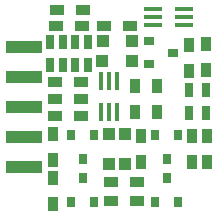
<source format=gbr>
G04 #@! TF.GenerationSoftware,KiCad,Pcbnew,(5.1.2)-2*
G04 #@! TF.CreationDate,2019-07-22T07:28:34+02:00*
G04 #@! TF.ProjectId,DiscreteOperationalAmplifier,44697363-7265-4746-954f-706572617469,rev?*
G04 #@! TF.SameCoordinates,Original*
G04 #@! TF.FileFunction,Soldermask,Top*
G04 #@! TF.FilePolarity,Negative*
%FSLAX46Y46*%
G04 Gerber Fmt 4.6, Leading zero omitted, Abs format (unit mm)*
G04 Created by KiCad (PCBNEW (5.1.2)-2) date 2019-07-22 07:28:34*
%MOMM*%
%LPD*%
G04 APERTURE LIST*
%ADD10R,0.750000X1.200000*%
%ADD11R,1.000000X1.000000*%
%ADD12R,1.200000X0.900000*%
%ADD13R,0.900000X1.200000*%
%ADD14R,1.500000X0.400000*%
%ADD15R,0.400000X1.500000*%
%ADD16R,0.900000X0.800000*%
%ADD17R,0.800000X0.900000*%
%ADD18R,3.150000X1.000000*%
G04 APERTURE END LIST*
D10*
X94075000Y-44425000D03*
X94075000Y-42525000D03*
X93000000Y-44425000D03*
X93000000Y-42525000D03*
X91925000Y-44425000D03*
X91925000Y-42525000D03*
X90850000Y-42525000D03*
X90850000Y-44425000D03*
X102630000Y-48480000D03*
X102630000Y-46580000D03*
X104050000Y-46590000D03*
X104050000Y-48490000D03*
D11*
X95300000Y-42450000D03*
X97800000Y-42450000D03*
X97750000Y-44075000D03*
X95250000Y-44075000D03*
X97160000Y-50330000D03*
X97160000Y-52830000D03*
X95800000Y-52830000D03*
X95800000Y-50330000D03*
D12*
X91300000Y-47350000D03*
X93500000Y-47350000D03*
X93500000Y-48800000D03*
X91300000Y-48800000D03*
X95380000Y-41130000D03*
X97580000Y-41130000D03*
X91400000Y-39800000D03*
X93600000Y-39800000D03*
D13*
X98000000Y-46250000D03*
X98000000Y-48450000D03*
D12*
X91300000Y-45900000D03*
X93500000Y-45900000D03*
D13*
X99908333Y-48440000D03*
X99908333Y-46240000D03*
D12*
X93570000Y-41130000D03*
X91370000Y-41130000D03*
D13*
X91100000Y-52500000D03*
X91100000Y-50300000D03*
X102590000Y-42750000D03*
X102590000Y-44950000D03*
X104090000Y-44890000D03*
X104090000Y-42690000D03*
X104100000Y-52625000D03*
X104100000Y-50425000D03*
X102875000Y-52640000D03*
X102875000Y-50440000D03*
X98520000Y-52640000D03*
X98520000Y-50440000D03*
X91100000Y-54000000D03*
X91100000Y-56200000D03*
D12*
X98195000Y-54400000D03*
X95995000Y-54400000D03*
X95995000Y-56000000D03*
X98195000Y-56000000D03*
D14*
X99570000Y-39750000D03*
X99570000Y-40400000D03*
X99570000Y-41050000D03*
X102230000Y-41050000D03*
X102230000Y-40400000D03*
X102230000Y-39750000D03*
D15*
X95200000Y-45795000D03*
X95850000Y-45795000D03*
X96500000Y-45795000D03*
X96500000Y-48455000D03*
X95850000Y-48455000D03*
X95200000Y-48455000D03*
D16*
X101225000Y-43400000D03*
X99225000Y-44350000D03*
X99225000Y-42450000D03*
D17*
X101675000Y-50400000D03*
X99775000Y-50400000D03*
X100725000Y-52400000D03*
X93600000Y-52400000D03*
X92650000Y-50400000D03*
X94550000Y-50400000D03*
X100725000Y-54030000D03*
X101675000Y-56030000D03*
X99775000Y-56030000D03*
X92650000Y-56030000D03*
X94550000Y-56030000D03*
X93600000Y-54030000D03*
D18*
X88625000Y-53080000D03*
X88625000Y-42920000D03*
X88625000Y-45460000D03*
X88625000Y-48000000D03*
X88625000Y-50540000D03*
M02*

</source>
